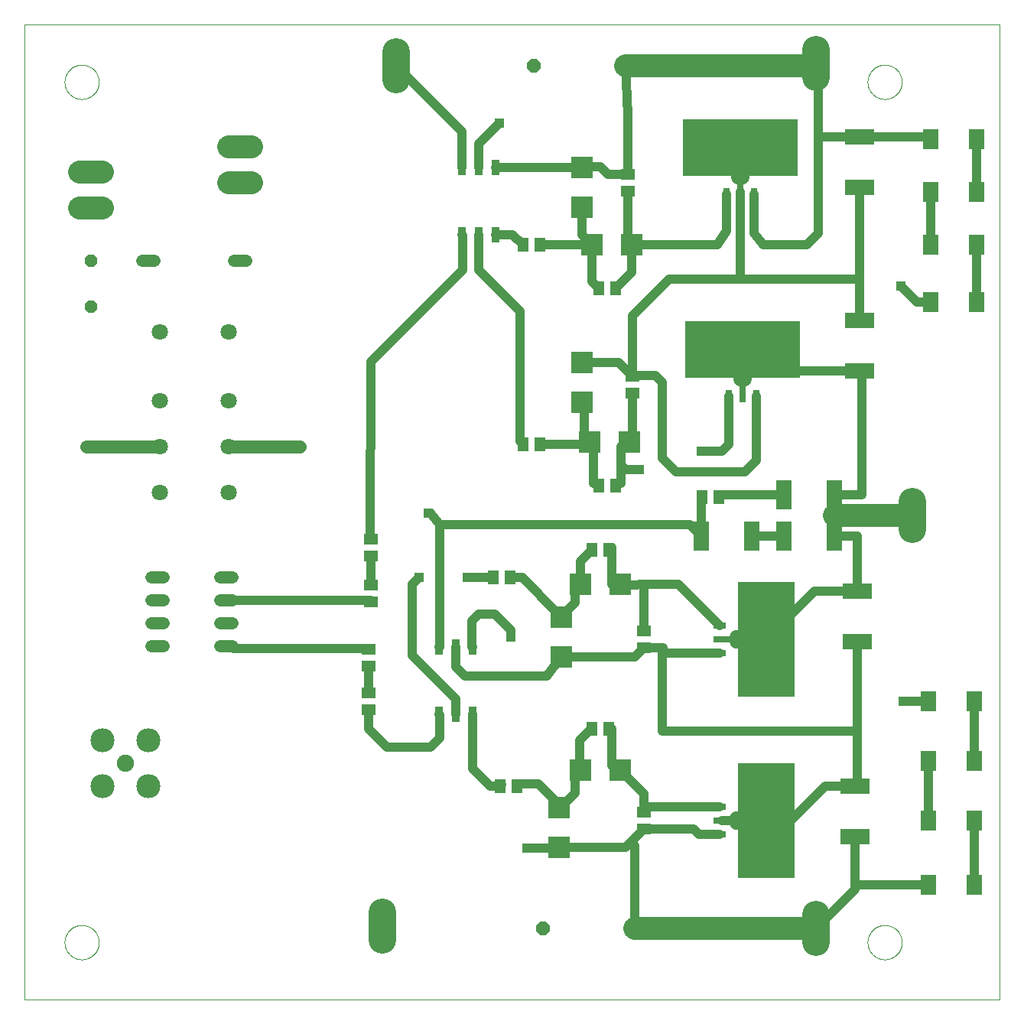
<source format=gtl>
G75*
%MOIN*%
%OFA0B0*%
%FSLAX25Y25*%
%IPPOS*%
%LPD*%
%AMOC8*
5,1,8,0,0,1.08239X$1,22.5*
%
%ADD10C,0.00000*%
%ADD11C,0.10039*%
%ADD12C,0.07500*%
%ADD13C,0.10500*%
%ADD14R,0.05118X0.05906*%
%ADD15C,0.05200*%
%ADD16C,0.07087*%
%ADD17R,0.03500X0.06600*%
%ADD18R,0.12598X0.07087*%
%ADD19R,0.05512X0.03150*%
%ADD20R,0.07480X0.03150*%
%ADD21C,0.06000*%
%ADD22R,0.25000X0.50000*%
%ADD23R,0.03500X0.03500*%
%ADD24R,0.03150X0.05512*%
%ADD25R,0.03150X0.07480*%
%ADD26R,0.50000X0.25000*%
%ADD27C,0.11850*%
%ADD28R,0.09449X0.09449*%
%ADD29OC8,0.05200*%
%ADD30R,0.05906X0.05118*%
%ADD31OC8,0.06000*%
%ADD32R,0.07087X0.12598*%
%ADD33R,0.07087X0.08661*%
%ADD34C,0.05600*%
%ADD35R,0.03962X0.03962*%
%ADD36C,0.04000*%
%ADD37C,0.10000*%
D10*
X0001800Y0001000D02*
X0001800Y0426000D01*
X0426800Y0426000D01*
X0426800Y0001000D01*
X0001800Y0001000D01*
X0019325Y0026000D02*
X0019327Y0026183D01*
X0019334Y0026367D01*
X0019345Y0026550D01*
X0019361Y0026733D01*
X0019381Y0026915D01*
X0019406Y0027097D01*
X0019435Y0027278D01*
X0019469Y0027458D01*
X0019507Y0027638D01*
X0019549Y0027816D01*
X0019596Y0027994D01*
X0019647Y0028170D01*
X0019702Y0028345D01*
X0019762Y0028518D01*
X0019826Y0028690D01*
X0019894Y0028861D01*
X0019966Y0029029D01*
X0020043Y0029196D01*
X0020123Y0029361D01*
X0020208Y0029524D01*
X0020296Y0029684D01*
X0020388Y0029843D01*
X0020485Y0029999D01*
X0020585Y0030153D01*
X0020689Y0030304D01*
X0020796Y0030453D01*
X0020907Y0030599D01*
X0021022Y0030742D01*
X0021140Y0030882D01*
X0021261Y0031020D01*
X0021386Y0031154D01*
X0021514Y0031286D01*
X0021646Y0031414D01*
X0021780Y0031539D01*
X0021918Y0031660D01*
X0022058Y0031778D01*
X0022201Y0031893D01*
X0022347Y0032004D01*
X0022496Y0032111D01*
X0022647Y0032215D01*
X0022801Y0032315D01*
X0022957Y0032412D01*
X0023116Y0032504D01*
X0023276Y0032592D01*
X0023439Y0032677D01*
X0023604Y0032757D01*
X0023771Y0032834D01*
X0023939Y0032906D01*
X0024110Y0032974D01*
X0024282Y0033038D01*
X0024455Y0033098D01*
X0024630Y0033153D01*
X0024806Y0033204D01*
X0024984Y0033251D01*
X0025162Y0033293D01*
X0025342Y0033331D01*
X0025522Y0033365D01*
X0025703Y0033394D01*
X0025885Y0033419D01*
X0026067Y0033439D01*
X0026250Y0033455D01*
X0026433Y0033466D01*
X0026617Y0033473D01*
X0026800Y0033475D01*
X0026983Y0033473D01*
X0027167Y0033466D01*
X0027350Y0033455D01*
X0027533Y0033439D01*
X0027715Y0033419D01*
X0027897Y0033394D01*
X0028078Y0033365D01*
X0028258Y0033331D01*
X0028438Y0033293D01*
X0028616Y0033251D01*
X0028794Y0033204D01*
X0028970Y0033153D01*
X0029145Y0033098D01*
X0029318Y0033038D01*
X0029490Y0032974D01*
X0029661Y0032906D01*
X0029829Y0032834D01*
X0029996Y0032757D01*
X0030161Y0032677D01*
X0030324Y0032592D01*
X0030484Y0032504D01*
X0030643Y0032412D01*
X0030799Y0032315D01*
X0030953Y0032215D01*
X0031104Y0032111D01*
X0031253Y0032004D01*
X0031399Y0031893D01*
X0031542Y0031778D01*
X0031682Y0031660D01*
X0031820Y0031539D01*
X0031954Y0031414D01*
X0032086Y0031286D01*
X0032214Y0031154D01*
X0032339Y0031020D01*
X0032460Y0030882D01*
X0032578Y0030742D01*
X0032693Y0030599D01*
X0032804Y0030453D01*
X0032911Y0030304D01*
X0033015Y0030153D01*
X0033115Y0029999D01*
X0033212Y0029843D01*
X0033304Y0029684D01*
X0033392Y0029524D01*
X0033477Y0029361D01*
X0033557Y0029196D01*
X0033634Y0029029D01*
X0033706Y0028861D01*
X0033774Y0028690D01*
X0033838Y0028518D01*
X0033898Y0028345D01*
X0033953Y0028170D01*
X0034004Y0027994D01*
X0034051Y0027816D01*
X0034093Y0027638D01*
X0034131Y0027458D01*
X0034165Y0027278D01*
X0034194Y0027097D01*
X0034219Y0026915D01*
X0034239Y0026733D01*
X0034255Y0026550D01*
X0034266Y0026367D01*
X0034273Y0026183D01*
X0034275Y0026000D01*
X0034273Y0025817D01*
X0034266Y0025633D01*
X0034255Y0025450D01*
X0034239Y0025267D01*
X0034219Y0025085D01*
X0034194Y0024903D01*
X0034165Y0024722D01*
X0034131Y0024542D01*
X0034093Y0024362D01*
X0034051Y0024184D01*
X0034004Y0024006D01*
X0033953Y0023830D01*
X0033898Y0023655D01*
X0033838Y0023482D01*
X0033774Y0023310D01*
X0033706Y0023139D01*
X0033634Y0022971D01*
X0033557Y0022804D01*
X0033477Y0022639D01*
X0033392Y0022476D01*
X0033304Y0022316D01*
X0033212Y0022157D01*
X0033115Y0022001D01*
X0033015Y0021847D01*
X0032911Y0021696D01*
X0032804Y0021547D01*
X0032693Y0021401D01*
X0032578Y0021258D01*
X0032460Y0021118D01*
X0032339Y0020980D01*
X0032214Y0020846D01*
X0032086Y0020714D01*
X0031954Y0020586D01*
X0031820Y0020461D01*
X0031682Y0020340D01*
X0031542Y0020222D01*
X0031399Y0020107D01*
X0031253Y0019996D01*
X0031104Y0019889D01*
X0030953Y0019785D01*
X0030799Y0019685D01*
X0030643Y0019588D01*
X0030484Y0019496D01*
X0030324Y0019408D01*
X0030161Y0019323D01*
X0029996Y0019243D01*
X0029829Y0019166D01*
X0029661Y0019094D01*
X0029490Y0019026D01*
X0029318Y0018962D01*
X0029145Y0018902D01*
X0028970Y0018847D01*
X0028794Y0018796D01*
X0028616Y0018749D01*
X0028438Y0018707D01*
X0028258Y0018669D01*
X0028078Y0018635D01*
X0027897Y0018606D01*
X0027715Y0018581D01*
X0027533Y0018561D01*
X0027350Y0018545D01*
X0027167Y0018534D01*
X0026983Y0018527D01*
X0026800Y0018525D01*
X0026617Y0018527D01*
X0026433Y0018534D01*
X0026250Y0018545D01*
X0026067Y0018561D01*
X0025885Y0018581D01*
X0025703Y0018606D01*
X0025522Y0018635D01*
X0025342Y0018669D01*
X0025162Y0018707D01*
X0024984Y0018749D01*
X0024806Y0018796D01*
X0024630Y0018847D01*
X0024455Y0018902D01*
X0024282Y0018962D01*
X0024110Y0019026D01*
X0023939Y0019094D01*
X0023771Y0019166D01*
X0023604Y0019243D01*
X0023439Y0019323D01*
X0023276Y0019408D01*
X0023116Y0019496D01*
X0022957Y0019588D01*
X0022801Y0019685D01*
X0022647Y0019785D01*
X0022496Y0019889D01*
X0022347Y0019996D01*
X0022201Y0020107D01*
X0022058Y0020222D01*
X0021918Y0020340D01*
X0021780Y0020461D01*
X0021646Y0020586D01*
X0021514Y0020714D01*
X0021386Y0020846D01*
X0021261Y0020980D01*
X0021140Y0021118D01*
X0021022Y0021258D01*
X0020907Y0021401D01*
X0020796Y0021547D01*
X0020689Y0021696D01*
X0020585Y0021847D01*
X0020485Y0022001D01*
X0020388Y0022157D01*
X0020296Y0022316D01*
X0020208Y0022476D01*
X0020123Y0022639D01*
X0020043Y0022804D01*
X0019966Y0022971D01*
X0019894Y0023139D01*
X0019826Y0023310D01*
X0019762Y0023482D01*
X0019702Y0023655D01*
X0019647Y0023830D01*
X0019596Y0024006D01*
X0019549Y0024184D01*
X0019507Y0024362D01*
X0019469Y0024542D01*
X0019435Y0024722D01*
X0019406Y0024903D01*
X0019381Y0025085D01*
X0019361Y0025267D01*
X0019345Y0025450D01*
X0019334Y0025633D01*
X0019327Y0025817D01*
X0019325Y0026000D01*
X0369325Y0026000D02*
X0369327Y0026183D01*
X0369334Y0026367D01*
X0369345Y0026550D01*
X0369361Y0026733D01*
X0369381Y0026915D01*
X0369406Y0027097D01*
X0369435Y0027278D01*
X0369469Y0027458D01*
X0369507Y0027638D01*
X0369549Y0027816D01*
X0369596Y0027994D01*
X0369647Y0028170D01*
X0369702Y0028345D01*
X0369762Y0028518D01*
X0369826Y0028690D01*
X0369894Y0028861D01*
X0369966Y0029029D01*
X0370043Y0029196D01*
X0370123Y0029361D01*
X0370208Y0029524D01*
X0370296Y0029684D01*
X0370388Y0029843D01*
X0370485Y0029999D01*
X0370585Y0030153D01*
X0370689Y0030304D01*
X0370796Y0030453D01*
X0370907Y0030599D01*
X0371022Y0030742D01*
X0371140Y0030882D01*
X0371261Y0031020D01*
X0371386Y0031154D01*
X0371514Y0031286D01*
X0371646Y0031414D01*
X0371780Y0031539D01*
X0371918Y0031660D01*
X0372058Y0031778D01*
X0372201Y0031893D01*
X0372347Y0032004D01*
X0372496Y0032111D01*
X0372647Y0032215D01*
X0372801Y0032315D01*
X0372957Y0032412D01*
X0373116Y0032504D01*
X0373276Y0032592D01*
X0373439Y0032677D01*
X0373604Y0032757D01*
X0373771Y0032834D01*
X0373939Y0032906D01*
X0374110Y0032974D01*
X0374282Y0033038D01*
X0374455Y0033098D01*
X0374630Y0033153D01*
X0374806Y0033204D01*
X0374984Y0033251D01*
X0375162Y0033293D01*
X0375342Y0033331D01*
X0375522Y0033365D01*
X0375703Y0033394D01*
X0375885Y0033419D01*
X0376067Y0033439D01*
X0376250Y0033455D01*
X0376433Y0033466D01*
X0376617Y0033473D01*
X0376800Y0033475D01*
X0376983Y0033473D01*
X0377167Y0033466D01*
X0377350Y0033455D01*
X0377533Y0033439D01*
X0377715Y0033419D01*
X0377897Y0033394D01*
X0378078Y0033365D01*
X0378258Y0033331D01*
X0378438Y0033293D01*
X0378616Y0033251D01*
X0378794Y0033204D01*
X0378970Y0033153D01*
X0379145Y0033098D01*
X0379318Y0033038D01*
X0379490Y0032974D01*
X0379661Y0032906D01*
X0379829Y0032834D01*
X0379996Y0032757D01*
X0380161Y0032677D01*
X0380324Y0032592D01*
X0380484Y0032504D01*
X0380643Y0032412D01*
X0380799Y0032315D01*
X0380953Y0032215D01*
X0381104Y0032111D01*
X0381253Y0032004D01*
X0381399Y0031893D01*
X0381542Y0031778D01*
X0381682Y0031660D01*
X0381820Y0031539D01*
X0381954Y0031414D01*
X0382086Y0031286D01*
X0382214Y0031154D01*
X0382339Y0031020D01*
X0382460Y0030882D01*
X0382578Y0030742D01*
X0382693Y0030599D01*
X0382804Y0030453D01*
X0382911Y0030304D01*
X0383015Y0030153D01*
X0383115Y0029999D01*
X0383212Y0029843D01*
X0383304Y0029684D01*
X0383392Y0029524D01*
X0383477Y0029361D01*
X0383557Y0029196D01*
X0383634Y0029029D01*
X0383706Y0028861D01*
X0383774Y0028690D01*
X0383838Y0028518D01*
X0383898Y0028345D01*
X0383953Y0028170D01*
X0384004Y0027994D01*
X0384051Y0027816D01*
X0384093Y0027638D01*
X0384131Y0027458D01*
X0384165Y0027278D01*
X0384194Y0027097D01*
X0384219Y0026915D01*
X0384239Y0026733D01*
X0384255Y0026550D01*
X0384266Y0026367D01*
X0384273Y0026183D01*
X0384275Y0026000D01*
X0384273Y0025817D01*
X0384266Y0025633D01*
X0384255Y0025450D01*
X0384239Y0025267D01*
X0384219Y0025085D01*
X0384194Y0024903D01*
X0384165Y0024722D01*
X0384131Y0024542D01*
X0384093Y0024362D01*
X0384051Y0024184D01*
X0384004Y0024006D01*
X0383953Y0023830D01*
X0383898Y0023655D01*
X0383838Y0023482D01*
X0383774Y0023310D01*
X0383706Y0023139D01*
X0383634Y0022971D01*
X0383557Y0022804D01*
X0383477Y0022639D01*
X0383392Y0022476D01*
X0383304Y0022316D01*
X0383212Y0022157D01*
X0383115Y0022001D01*
X0383015Y0021847D01*
X0382911Y0021696D01*
X0382804Y0021547D01*
X0382693Y0021401D01*
X0382578Y0021258D01*
X0382460Y0021118D01*
X0382339Y0020980D01*
X0382214Y0020846D01*
X0382086Y0020714D01*
X0381954Y0020586D01*
X0381820Y0020461D01*
X0381682Y0020340D01*
X0381542Y0020222D01*
X0381399Y0020107D01*
X0381253Y0019996D01*
X0381104Y0019889D01*
X0380953Y0019785D01*
X0380799Y0019685D01*
X0380643Y0019588D01*
X0380484Y0019496D01*
X0380324Y0019408D01*
X0380161Y0019323D01*
X0379996Y0019243D01*
X0379829Y0019166D01*
X0379661Y0019094D01*
X0379490Y0019026D01*
X0379318Y0018962D01*
X0379145Y0018902D01*
X0378970Y0018847D01*
X0378794Y0018796D01*
X0378616Y0018749D01*
X0378438Y0018707D01*
X0378258Y0018669D01*
X0378078Y0018635D01*
X0377897Y0018606D01*
X0377715Y0018581D01*
X0377533Y0018561D01*
X0377350Y0018545D01*
X0377167Y0018534D01*
X0376983Y0018527D01*
X0376800Y0018525D01*
X0376617Y0018527D01*
X0376433Y0018534D01*
X0376250Y0018545D01*
X0376067Y0018561D01*
X0375885Y0018581D01*
X0375703Y0018606D01*
X0375522Y0018635D01*
X0375342Y0018669D01*
X0375162Y0018707D01*
X0374984Y0018749D01*
X0374806Y0018796D01*
X0374630Y0018847D01*
X0374455Y0018902D01*
X0374282Y0018962D01*
X0374110Y0019026D01*
X0373939Y0019094D01*
X0373771Y0019166D01*
X0373604Y0019243D01*
X0373439Y0019323D01*
X0373276Y0019408D01*
X0373116Y0019496D01*
X0372957Y0019588D01*
X0372801Y0019685D01*
X0372647Y0019785D01*
X0372496Y0019889D01*
X0372347Y0019996D01*
X0372201Y0020107D01*
X0372058Y0020222D01*
X0371918Y0020340D01*
X0371780Y0020461D01*
X0371646Y0020586D01*
X0371514Y0020714D01*
X0371386Y0020846D01*
X0371261Y0020980D01*
X0371140Y0021118D01*
X0371022Y0021258D01*
X0370907Y0021401D01*
X0370796Y0021547D01*
X0370689Y0021696D01*
X0370585Y0021847D01*
X0370485Y0022001D01*
X0370388Y0022157D01*
X0370296Y0022316D01*
X0370208Y0022476D01*
X0370123Y0022639D01*
X0370043Y0022804D01*
X0369966Y0022971D01*
X0369894Y0023139D01*
X0369826Y0023310D01*
X0369762Y0023482D01*
X0369702Y0023655D01*
X0369647Y0023830D01*
X0369596Y0024006D01*
X0369549Y0024184D01*
X0369507Y0024362D01*
X0369469Y0024542D01*
X0369435Y0024722D01*
X0369406Y0024903D01*
X0369381Y0025085D01*
X0369361Y0025267D01*
X0369345Y0025450D01*
X0369334Y0025633D01*
X0369327Y0025817D01*
X0369325Y0026000D01*
X0369325Y0401000D02*
X0369327Y0401183D01*
X0369334Y0401367D01*
X0369345Y0401550D01*
X0369361Y0401733D01*
X0369381Y0401915D01*
X0369406Y0402097D01*
X0369435Y0402278D01*
X0369469Y0402458D01*
X0369507Y0402638D01*
X0369549Y0402816D01*
X0369596Y0402994D01*
X0369647Y0403170D01*
X0369702Y0403345D01*
X0369762Y0403518D01*
X0369826Y0403690D01*
X0369894Y0403861D01*
X0369966Y0404029D01*
X0370043Y0404196D01*
X0370123Y0404361D01*
X0370208Y0404524D01*
X0370296Y0404684D01*
X0370388Y0404843D01*
X0370485Y0404999D01*
X0370585Y0405153D01*
X0370689Y0405304D01*
X0370796Y0405453D01*
X0370907Y0405599D01*
X0371022Y0405742D01*
X0371140Y0405882D01*
X0371261Y0406020D01*
X0371386Y0406154D01*
X0371514Y0406286D01*
X0371646Y0406414D01*
X0371780Y0406539D01*
X0371918Y0406660D01*
X0372058Y0406778D01*
X0372201Y0406893D01*
X0372347Y0407004D01*
X0372496Y0407111D01*
X0372647Y0407215D01*
X0372801Y0407315D01*
X0372957Y0407412D01*
X0373116Y0407504D01*
X0373276Y0407592D01*
X0373439Y0407677D01*
X0373604Y0407757D01*
X0373771Y0407834D01*
X0373939Y0407906D01*
X0374110Y0407974D01*
X0374282Y0408038D01*
X0374455Y0408098D01*
X0374630Y0408153D01*
X0374806Y0408204D01*
X0374984Y0408251D01*
X0375162Y0408293D01*
X0375342Y0408331D01*
X0375522Y0408365D01*
X0375703Y0408394D01*
X0375885Y0408419D01*
X0376067Y0408439D01*
X0376250Y0408455D01*
X0376433Y0408466D01*
X0376617Y0408473D01*
X0376800Y0408475D01*
X0376983Y0408473D01*
X0377167Y0408466D01*
X0377350Y0408455D01*
X0377533Y0408439D01*
X0377715Y0408419D01*
X0377897Y0408394D01*
X0378078Y0408365D01*
X0378258Y0408331D01*
X0378438Y0408293D01*
X0378616Y0408251D01*
X0378794Y0408204D01*
X0378970Y0408153D01*
X0379145Y0408098D01*
X0379318Y0408038D01*
X0379490Y0407974D01*
X0379661Y0407906D01*
X0379829Y0407834D01*
X0379996Y0407757D01*
X0380161Y0407677D01*
X0380324Y0407592D01*
X0380484Y0407504D01*
X0380643Y0407412D01*
X0380799Y0407315D01*
X0380953Y0407215D01*
X0381104Y0407111D01*
X0381253Y0407004D01*
X0381399Y0406893D01*
X0381542Y0406778D01*
X0381682Y0406660D01*
X0381820Y0406539D01*
X0381954Y0406414D01*
X0382086Y0406286D01*
X0382214Y0406154D01*
X0382339Y0406020D01*
X0382460Y0405882D01*
X0382578Y0405742D01*
X0382693Y0405599D01*
X0382804Y0405453D01*
X0382911Y0405304D01*
X0383015Y0405153D01*
X0383115Y0404999D01*
X0383212Y0404843D01*
X0383304Y0404684D01*
X0383392Y0404524D01*
X0383477Y0404361D01*
X0383557Y0404196D01*
X0383634Y0404029D01*
X0383706Y0403861D01*
X0383774Y0403690D01*
X0383838Y0403518D01*
X0383898Y0403345D01*
X0383953Y0403170D01*
X0384004Y0402994D01*
X0384051Y0402816D01*
X0384093Y0402638D01*
X0384131Y0402458D01*
X0384165Y0402278D01*
X0384194Y0402097D01*
X0384219Y0401915D01*
X0384239Y0401733D01*
X0384255Y0401550D01*
X0384266Y0401367D01*
X0384273Y0401183D01*
X0384275Y0401000D01*
X0384273Y0400817D01*
X0384266Y0400633D01*
X0384255Y0400450D01*
X0384239Y0400267D01*
X0384219Y0400085D01*
X0384194Y0399903D01*
X0384165Y0399722D01*
X0384131Y0399542D01*
X0384093Y0399362D01*
X0384051Y0399184D01*
X0384004Y0399006D01*
X0383953Y0398830D01*
X0383898Y0398655D01*
X0383838Y0398482D01*
X0383774Y0398310D01*
X0383706Y0398139D01*
X0383634Y0397971D01*
X0383557Y0397804D01*
X0383477Y0397639D01*
X0383392Y0397476D01*
X0383304Y0397316D01*
X0383212Y0397157D01*
X0383115Y0397001D01*
X0383015Y0396847D01*
X0382911Y0396696D01*
X0382804Y0396547D01*
X0382693Y0396401D01*
X0382578Y0396258D01*
X0382460Y0396118D01*
X0382339Y0395980D01*
X0382214Y0395846D01*
X0382086Y0395714D01*
X0381954Y0395586D01*
X0381820Y0395461D01*
X0381682Y0395340D01*
X0381542Y0395222D01*
X0381399Y0395107D01*
X0381253Y0394996D01*
X0381104Y0394889D01*
X0380953Y0394785D01*
X0380799Y0394685D01*
X0380643Y0394588D01*
X0380484Y0394496D01*
X0380324Y0394408D01*
X0380161Y0394323D01*
X0379996Y0394243D01*
X0379829Y0394166D01*
X0379661Y0394094D01*
X0379490Y0394026D01*
X0379318Y0393962D01*
X0379145Y0393902D01*
X0378970Y0393847D01*
X0378794Y0393796D01*
X0378616Y0393749D01*
X0378438Y0393707D01*
X0378258Y0393669D01*
X0378078Y0393635D01*
X0377897Y0393606D01*
X0377715Y0393581D01*
X0377533Y0393561D01*
X0377350Y0393545D01*
X0377167Y0393534D01*
X0376983Y0393527D01*
X0376800Y0393525D01*
X0376617Y0393527D01*
X0376433Y0393534D01*
X0376250Y0393545D01*
X0376067Y0393561D01*
X0375885Y0393581D01*
X0375703Y0393606D01*
X0375522Y0393635D01*
X0375342Y0393669D01*
X0375162Y0393707D01*
X0374984Y0393749D01*
X0374806Y0393796D01*
X0374630Y0393847D01*
X0374455Y0393902D01*
X0374282Y0393962D01*
X0374110Y0394026D01*
X0373939Y0394094D01*
X0373771Y0394166D01*
X0373604Y0394243D01*
X0373439Y0394323D01*
X0373276Y0394408D01*
X0373116Y0394496D01*
X0372957Y0394588D01*
X0372801Y0394685D01*
X0372647Y0394785D01*
X0372496Y0394889D01*
X0372347Y0394996D01*
X0372201Y0395107D01*
X0372058Y0395222D01*
X0371918Y0395340D01*
X0371780Y0395461D01*
X0371646Y0395586D01*
X0371514Y0395714D01*
X0371386Y0395846D01*
X0371261Y0395980D01*
X0371140Y0396118D01*
X0371022Y0396258D01*
X0370907Y0396401D01*
X0370796Y0396547D01*
X0370689Y0396696D01*
X0370585Y0396847D01*
X0370485Y0397001D01*
X0370388Y0397157D01*
X0370296Y0397316D01*
X0370208Y0397476D01*
X0370123Y0397639D01*
X0370043Y0397804D01*
X0369966Y0397971D01*
X0369894Y0398139D01*
X0369826Y0398310D01*
X0369762Y0398482D01*
X0369702Y0398655D01*
X0369647Y0398830D01*
X0369596Y0399006D01*
X0369549Y0399184D01*
X0369507Y0399362D01*
X0369469Y0399542D01*
X0369435Y0399722D01*
X0369406Y0399903D01*
X0369381Y0400085D01*
X0369361Y0400267D01*
X0369345Y0400450D01*
X0369334Y0400633D01*
X0369327Y0400817D01*
X0369325Y0401000D01*
X0019325Y0401000D02*
X0019327Y0401183D01*
X0019334Y0401367D01*
X0019345Y0401550D01*
X0019361Y0401733D01*
X0019381Y0401915D01*
X0019406Y0402097D01*
X0019435Y0402278D01*
X0019469Y0402458D01*
X0019507Y0402638D01*
X0019549Y0402816D01*
X0019596Y0402994D01*
X0019647Y0403170D01*
X0019702Y0403345D01*
X0019762Y0403518D01*
X0019826Y0403690D01*
X0019894Y0403861D01*
X0019966Y0404029D01*
X0020043Y0404196D01*
X0020123Y0404361D01*
X0020208Y0404524D01*
X0020296Y0404684D01*
X0020388Y0404843D01*
X0020485Y0404999D01*
X0020585Y0405153D01*
X0020689Y0405304D01*
X0020796Y0405453D01*
X0020907Y0405599D01*
X0021022Y0405742D01*
X0021140Y0405882D01*
X0021261Y0406020D01*
X0021386Y0406154D01*
X0021514Y0406286D01*
X0021646Y0406414D01*
X0021780Y0406539D01*
X0021918Y0406660D01*
X0022058Y0406778D01*
X0022201Y0406893D01*
X0022347Y0407004D01*
X0022496Y0407111D01*
X0022647Y0407215D01*
X0022801Y0407315D01*
X0022957Y0407412D01*
X0023116Y0407504D01*
X0023276Y0407592D01*
X0023439Y0407677D01*
X0023604Y0407757D01*
X0023771Y0407834D01*
X0023939Y0407906D01*
X0024110Y0407974D01*
X0024282Y0408038D01*
X0024455Y0408098D01*
X0024630Y0408153D01*
X0024806Y0408204D01*
X0024984Y0408251D01*
X0025162Y0408293D01*
X0025342Y0408331D01*
X0025522Y0408365D01*
X0025703Y0408394D01*
X0025885Y0408419D01*
X0026067Y0408439D01*
X0026250Y0408455D01*
X0026433Y0408466D01*
X0026617Y0408473D01*
X0026800Y0408475D01*
X0026983Y0408473D01*
X0027167Y0408466D01*
X0027350Y0408455D01*
X0027533Y0408439D01*
X0027715Y0408419D01*
X0027897Y0408394D01*
X0028078Y0408365D01*
X0028258Y0408331D01*
X0028438Y0408293D01*
X0028616Y0408251D01*
X0028794Y0408204D01*
X0028970Y0408153D01*
X0029145Y0408098D01*
X0029318Y0408038D01*
X0029490Y0407974D01*
X0029661Y0407906D01*
X0029829Y0407834D01*
X0029996Y0407757D01*
X0030161Y0407677D01*
X0030324Y0407592D01*
X0030484Y0407504D01*
X0030643Y0407412D01*
X0030799Y0407315D01*
X0030953Y0407215D01*
X0031104Y0407111D01*
X0031253Y0407004D01*
X0031399Y0406893D01*
X0031542Y0406778D01*
X0031682Y0406660D01*
X0031820Y0406539D01*
X0031954Y0406414D01*
X0032086Y0406286D01*
X0032214Y0406154D01*
X0032339Y0406020D01*
X0032460Y0405882D01*
X0032578Y0405742D01*
X0032693Y0405599D01*
X0032804Y0405453D01*
X0032911Y0405304D01*
X0033015Y0405153D01*
X0033115Y0404999D01*
X0033212Y0404843D01*
X0033304Y0404684D01*
X0033392Y0404524D01*
X0033477Y0404361D01*
X0033557Y0404196D01*
X0033634Y0404029D01*
X0033706Y0403861D01*
X0033774Y0403690D01*
X0033838Y0403518D01*
X0033898Y0403345D01*
X0033953Y0403170D01*
X0034004Y0402994D01*
X0034051Y0402816D01*
X0034093Y0402638D01*
X0034131Y0402458D01*
X0034165Y0402278D01*
X0034194Y0402097D01*
X0034219Y0401915D01*
X0034239Y0401733D01*
X0034255Y0401550D01*
X0034266Y0401367D01*
X0034273Y0401183D01*
X0034275Y0401000D01*
X0034273Y0400817D01*
X0034266Y0400633D01*
X0034255Y0400450D01*
X0034239Y0400267D01*
X0034219Y0400085D01*
X0034194Y0399903D01*
X0034165Y0399722D01*
X0034131Y0399542D01*
X0034093Y0399362D01*
X0034051Y0399184D01*
X0034004Y0399006D01*
X0033953Y0398830D01*
X0033898Y0398655D01*
X0033838Y0398482D01*
X0033774Y0398310D01*
X0033706Y0398139D01*
X0033634Y0397971D01*
X0033557Y0397804D01*
X0033477Y0397639D01*
X0033392Y0397476D01*
X0033304Y0397316D01*
X0033212Y0397157D01*
X0033115Y0397001D01*
X0033015Y0396847D01*
X0032911Y0396696D01*
X0032804Y0396547D01*
X0032693Y0396401D01*
X0032578Y0396258D01*
X0032460Y0396118D01*
X0032339Y0395980D01*
X0032214Y0395846D01*
X0032086Y0395714D01*
X0031954Y0395586D01*
X0031820Y0395461D01*
X0031682Y0395340D01*
X0031542Y0395222D01*
X0031399Y0395107D01*
X0031253Y0394996D01*
X0031104Y0394889D01*
X0030953Y0394785D01*
X0030799Y0394685D01*
X0030643Y0394588D01*
X0030484Y0394496D01*
X0030324Y0394408D01*
X0030161Y0394323D01*
X0029996Y0394243D01*
X0029829Y0394166D01*
X0029661Y0394094D01*
X0029490Y0394026D01*
X0029318Y0393962D01*
X0029145Y0393902D01*
X0028970Y0393847D01*
X0028794Y0393796D01*
X0028616Y0393749D01*
X0028438Y0393707D01*
X0028258Y0393669D01*
X0028078Y0393635D01*
X0027897Y0393606D01*
X0027715Y0393581D01*
X0027533Y0393561D01*
X0027350Y0393545D01*
X0027167Y0393534D01*
X0026983Y0393527D01*
X0026800Y0393525D01*
X0026617Y0393527D01*
X0026433Y0393534D01*
X0026250Y0393545D01*
X0026067Y0393561D01*
X0025885Y0393581D01*
X0025703Y0393606D01*
X0025522Y0393635D01*
X0025342Y0393669D01*
X0025162Y0393707D01*
X0024984Y0393749D01*
X0024806Y0393796D01*
X0024630Y0393847D01*
X0024455Y0393902D01*
X0024282Y0393962D01*
X0024110Y0394026D01*
X0023939Y0394094D01*
X0023771Y0394166D01*
X0023604Y0394243D01*
X0023439Y0394323D01*
X0023276Y0394408D01*
X0023116Y0394496D01*
X0022957Y0394588D01*
X0022801Y0394685D01*
X0022647Y0394785D01*
X0022496Y0394889D01*
X0022347Y0394996D01*
X0022201Y0395107D01*
X0022058Y0395222D01*
X0021918Y0395340D01*
X0021780Y0395461D01*
X0021646Y0395586D01*
X0021514Y0395714D01*
X0021386Y0395846D01*
X0021261Y0395980D01*
X0021140Y0396118D01*
X0021022Y0396258D01*
X0020907Y0396401D01*
X0020796Y0396547D01*
X0020689Y0396696D01*
X0020585Y0396847D01*
X0020485Y0397001D01*
X0020388Y0397157D01*
X0020296Y0397316D01*
X0020208Y0397476D01*
X0020123Y0397639D01*
X0020043Y0397804D01*
X0019966Y0397971D01*
X0019894Y0398139D01*
X0019826Y0398310D01*
X0019762Y0398482D01*
X0019702Y0398655D01*
X0019647Y0398830D01*
X0019596Y0399006D01*
X0019549Y0399184D01*
X0019507Y0399362D01*
X0019469Y0399542D01*
X0019435Y0399722D01*
X0019406Y0399903D01*
X0019381Y0400085D01*
X0019361Y0400267D01*
X0019345Y0400450D01*
X0019334Y0400633D01*
X0019327Y0400817D01*
X0019325Y0401000D01*
D11*
X0025780Y0361795D02*
X0035820Y0361795D01*
X0035820Y0346205D02*
X0025780Y0346205D01*
X0090780Y0357205D02*
X0100820Y0357205D01*
X0100820Y0372795D02*
X0090780Y0372795D01*
D12*
X0045800Y0104000D03*
D13*
X0055839Y0093961D03*
X0055839Y0114039D03*
X0035761Y0114039D03*
X0035761Y0093961D03*
D14*
X0209060Y0094000D03*
X0216540Y0094000D03*
X0249060Y0119000D03*
X0256540Y0119000D03*
X0213540Y0185000D03*
X0206060Y0185000D03*
X0249060Y0197000D03*
X0256540Y0197000D03*
X0259540Y0225000D03*
X0252060Y0225000D03*
X0226540Y0243000D03*
X0219060Y0243000D03*
X0252060Y0311000D03*
X0259540Y0311000D03*
X0226540Y0330000D03*
X0219060Y0330000D03*
X0297060Y0220000D03*
X0304540Y0220000D03*
D15*
X0098400Y0323000D02*
X0093200Y0323000D01*
X0058400Y0323000D02*
X0053200Y0323000D01*
X0057200Y0185000D02*
X0062400Y0185000D01*
X0062400Y0175000D02*
X0057200Y0175000D01*
X0057200Y0165000D02*
X0062400Y0165000D01*
X0062400Y0155000D02*
X0057200Y0155000D01*
X0087200Y0155000D02*
X0092400Y0155000D01*
X0092400Y0165000D02*
X0087200Y0165000D01*
X0087200Y0175000D02*
X0092400Y0175000D01*
X0092400Y0185000D02*
X0087200Y0185000D01*
D16*
X0090800Y0222000D03*
X0090800Y0242000D03*
X0090800Y0262000D03*
X0060800Y0262000D03*
X0060800Y0242000D03*
X0060800Y0222000D03*
X0060800Y0292000D03*
X0090800Y0292000D03*
D17*
X0192500Y0334450D03*
X0199800Y0334450D03*
X0207100Y0334450D03*
X0207100Y0363550D03*
X0199800Y0363550D03*
X0192500Y0363550D03*
X0189800Y0154550D03*
X0182500Y0154550D03*
X0197100Y0154550D03*
X0197100Y0125450D03*
X0189800Y0125450D03*
X0182500Y0125450D03*
D18*
X0363800Y0094024D03*
X0363800Y0071976D03*
X0364800Y0156976D03*
X0364800Y0179024D03*
X0365800Y0274976D03*
X0365800Y0297024D03*
X0365800Y0354976D03*
X0365800Y0377024D03*
D19*
X0305001Y0163902D03*
X0305001Y0152098D03*
X0305001Y0084902D03*
X0305001Y0073098D03*
D20*
X0306001Y0079000D03*
X0306001Y0158000D03*
D21*
X0312316Y0157000D02*
X0312316Y0159000D01*
X0320686Y0159000D01*
X0320686Y0157000D01*
X0312316Y0157000D01*
X0312316Y0080000D02*
X0312316Y0078000D01*
X0312316Y0080000D02*
X0320686Y0080000D01*
X0320686Y0078000D01*
X0312316Y0078000D01*
X0313800Y0271516D02*
X0315800Y0271516D01*
X0313800Y0271516D02*
X0313800Y0279886D01*
X0315800Y0279886D01*
X0315800Y0271516D01*
X0315800Y0277515D02*
X0313800Y0277515D01*
X0314800Y0359516D02*
X0312800Y0359516D01*
X0312800Y0367886D01*
X0314800Y0367886D01*
X0314800Y0359516D01*
X0314800Y0365515D02*
X0312800Y0365515D01*
D22*
X0325300Y0158000D03*
X0325300Y0079000D03*
D23*
X0322800Y0079000D03*
X0317800Y0074000D03*
X0322800Y0069000D03*
X0317800Y0064000D03*
X0322800Y0059000D03*
X0327800Y0064000D03*
X0332800Y0059000D03*
X0332800Y0069000D03*
X0327800Y0074000D03*
X0332800Y0079000D03*
X0327800Y0084000D03*
X0332800Y0089000D03*
X0327800Y0094000D03*
X0332800Y0099000D03*
X0322800Y0099000D03*
X0317800Y0094000D03*
X0322800Y0089000D03*
X0317800Y0084000D03*
X0322800Y0138000D03*
X0317800Y0143000D03*
X0322800Y0148000D03*
X0317800Y0153000D03*
X0322800Y0158000D03*
X0317800Y0163000D03*
X0322800Y0168000D03*
X0317800Y0173000D03*
X0322800Y0178000D03*
X0327800Y0173000D03*
X0332800Y0168000D03*
X0327800Y0163000D03*
X0332800Y0158000D03*
X0327800Y0153000D03*
X0332800Y0148000D03*
X0327800Y0143000D03*
X0332800Y0138000D03*
X0332800Y0178000D03*
X0329800Y0277000D03*
X0324800Y0282000D03*
X0319800Y0287000D03*
X0314800Y0282000D03*
X0309800Y0287000D03*
X0304800Y0282000D03*
X0299800Y0277000D03*
X0294800Y0282000D03*
X0299800Y0287000D03*
X0294800Y0292000D03*
X0304800Y0292000D03*
X0314800Y0292000D03*
X0324800Y0292000D03*
X0329800Y0287000D03*
X0334800Y0282000D03*
X0334800Y0292000D03*
X0319800Y0277000D03*
X0309800Y0277000D03*
X0308800Y0365000D03*
X0303800Y0370000D03*
X0298800Y0365000D03*
X0293800Y0370000D03*
X0298800Y0375000D03*
X0293800Y0380000D03*
X0303800Y0380000D03*
X0308800Y0375000D03*
X0313800Y0370000D03*
X0318800Y0365000D03*
X0323800Y0370000D03*
X0318800Y0375000D03*
X0313800Y0380000D03*
X0323800Y0380000D03*
X0328800Y0375000D03*
X0333800Y0370000D03*
X0328800Y0365000D03*
X0333800Y0380000D03*
D24*
X0319702Y0352201D03*
X0307898Y0352201D03*
X0308898Y0264201D03*
X0320702Y0264201D03*
D25*
X0314800Y0265201D03*
X0313800Y0353201D03*
D26*
X0313800Y0372500D03*
X0314800Y0284500D03*
D27*
X0388800Y0217925D02*
X0388800Y0206075D01*
X0346800Y0037925D02*
X0346800Y0026075D01*
X0157800Y0027075D02*
X0157800Y0038925D01*
X0163800Y0402075D02*
X0163800Y0413925D01*
X0346800Y0414925D02*
X0346800Y0403075D01*
D28*
X0266461Y0330000D03*
X0249139Y0330000D03*
X0244800Y0346339D03*
X0244800Y0363661D03*
X0244800Y0278661D03*
X0244800Y0261339D03*
X0248139Y0244000D03*
X0265461Y0244000D03*
X0261461Y0182000D03*
X0244139Y0182000D03*
X0235800Y0167661D03*
X0235800Y0150339D03*
X0244139Y0101000D03*
X0261461Y0101000D03*
X0234800Y0084661D03*
X0234800Y0067339D03*
D29*
X0030800Y0303000D03*
X0030800Y0323000D03*
D30*
X0152800Y0201740D03*
X0152800Y0194260D03*
X0152800Y0181740D03*
X0152800Y0174260D03*
X0151800Y0153740D03*
X0151800Y0146260D03*
X0151800Y0134740D03*
X0151800Y0127260D03*
X0271800Y0154260D03*
X0271800Y0161740D03*
X0271800Y0082740D03*
X0271800Y0075260D03*
X0266800Y0265260D03*
X0266800Y0272740D03*
X0264800Y0353260D03*
X0264800Y0360740D03*
D31*
X0263800Y0408000D03*
X0223800Y0408000D03*
X0227800Y0032000D03*
X0267800Y0032000D03*
D32*
X0296776Y0203000D03*
X0318824Y0203000D03*
X0332776Y0203000D03*
X0332776Y0221000D03*
X0354824Y0221000D03*
X0354824Y0203000D03*
D33*
X0395761Y0131000D03*
X0415839Y0131000D03*
X0415839Y0105000D03*
X0395761Y0105000D03*
X0395761Y0079000D03*
X0415839Y0079000D03*
X0415839Y0051000D03*
X0395761Y0051000D03*
X0396761Y0305000D03*
X0416839Y0305000D03*
X0416839Y0330000D03*
X0396761Y0330000D03*
X0396761Y0353000D03*
X0416839Y0353000D03*
X0416839Y0376000D03*
X0396761Y0376000D03*
D34*
X0121800Y0242000D02*
X0090800Y0242000D01*
X0060800Y0242000D02*
X0028800Y0242000D01*
D35*
X0028800Y0242000D03*
X0121800Y0242000D03*
X0177800Y0213000D03*
X0173800Y0185000D03*
X0194800Y0185000D03*
X0213800Y0159000D03*
X0269800Y0232000D03*
X0296800Y0240000D03*
X0383800Y0312000D03*
X0208800Y0383000D03*
X0384800Y0131000D03*
X0220800Y0067000D03*
D36*
X0234461Y0067000D01*
X0234800Y0067339D01*
X0263879Y0067339D01*
X0266170Y0069630D01*
X0267800Y0068000D01*
X0267800Y0032000D01*
X0266170Y0069630D02*
X0271800Y0075260D01*
X0293540Y0075260D01*
X0295800Y0073000D01*
X0304902Y0073000D01*
X0305001Y0073098D01*
X0306001Y0079000D02*
X0335800Y0079000D01*
X0350800Y0094000D01*
X0361776Y0094000D01*
X0363800Y0094024D01*
X0364800Y0094024D01*
X0364800Y0118000D01*
X0279800Y0118000D01*
X0279800Y0149520D01*
X0279942Y0152102D01*
X0279945Y0152098D01*
X0305001Y0152098D01*
X0305001Y0163902D02*
X0286902Y0182000D01*
X0271800Y0182000D01*
X0271800Y0161740D01*
X0271800Y0154260D02*
X0280060Y0154260D01*
X0279942Y0152102D01*
X0271800Y0154260D02*
X0267879Y0150339D01*
X0235800Y0150339D01*
X0229461Y0142000D01*
X0193800Y0142000D01*
X0189800Y0146000D01*
X0189800Y0154550D01*
X0182800Y0154850D02*
X0182500Y0154550D01*
X0182800Y0154850D02*
X0182800Y0208000D01*
X0291776Y0208000D01*
X0296776Y0203000D01*
X0296776Y0220000D01*
X0297060Y0220000D01*
X0304540Y0220000D02*
X0304540Y0221000D01*
X0332776Y0221000D01*
X0332776Y0203000D02*
X0318824Y0203000D01*
X0346041Y0179024D02*
X0322666Y0155649D01*
X0346041Y0179024D02*
X0364800Y0179024D01*
X0364800Y0203000D01*
X0354824Y0203000D01*
X0354824Y0212000D01*
X0354824Y0221000D01*
X0366800Y0221000D01*
X0366800Y0274976D01*
X0365800Y0274976D01*
X0317800Y0274976D01*
X0317800Y0276000D01*
X0314800Y0276000D01*
X0314800Y0275701D01*
X0308898Y0264201D02*
X0308898Y0243098D01*
X0305800Y0240000D01*
X0296800Y0240000D01*
X0285800Y0231000D02*
X0279800Y0237000D01*
X0279800Y0270000D01*
X0276800Y0273000D01*
X0267060Y0273000D01*
X0266800Y0272740D01*
X0266800Y0299000D01*
X0282800Y0315000D01*
X0313800Y0315000D01*
X0365800Y0315000D01*
X0365800Y0297024D01*
X0365800Y0315000D02*
X0365800Y0354976D01*
X0365800Y0377024D02*
X0348776Y0377024D01*
X0347800Y0378000D01*
X0347800Y0407000D01*
X0346800Y0408000D01*
X0347800Y0378000D02*
X0347800Y0335000D01*
X0342800Y0330000D01*
X0323800Y0330000D01*
X0319702Y0335098D01*
X0319702Y0352201D01*
X0313800Y0353201D02*
X0313800Y0315000D01*
X0303800Y0330000D02*
X0266461Y0330000D01*
X0266461Y0317921D01*
X0259540Y0311000D01*
X0252060Y0311000D02*
X0249139Y0313921D01*
X0249139Y0330000D01*
X0244800Y0334339D01*
X0244800Y0346339D01*
X0256060Y0360740D02*
X0252800Y0364000D01*
X0245139Y0364000D01*
X0244800Y0363661D01*
X0207211Y0363661D01*
X0207100Y0363550D01*
X0199800Y0363550D02*
X0199800Y0374000D01*
X0208800Y0383000D01*
X0192500Y0379300D02*
X0163800Y0408000D01*
X0192500Y0379300D02*
X0192500Y0363550D01*
X0192500Y0334450D02*
X0192800Y0334150D01*
X0192800Y0319000D01*
X0152800Y0279000D01*
X0152540Y0202000D01*
X0152800Y0201740D01*
X0152800Y0194260D02*
X0152800Y0181740D01*
X0152800Y0175000D02*
X0152800Y0174260D01*
X0152800Y0175000D02*
X0089800Y0175000D01*
X0089800Y0155000D02*
X0092800Y0154000D01*
X0151800Y0154000D01*
X0151800Y0146260D02*
X0151800Y0134740D01*
X0151800Y0127260D02*
X0151800Y0119000D01*
X0159800Y0111000D01*
X0178800Y0111000D01*
X0182800Y0115000D01*
X0182800Y0125150D01*
X0182500Y0125450D01*
X0189800Y0125450D02*
X0189800Y0132000D01*
X0170800Y0151000D01*
X0170800Y0182000D01*
X0173800Y0185000D01*
X0194800Y0185000D02*
X0206060Y0185000D01*
X0213540Y0185000D02*
X0218728Y0185000D01*
X0234222Y0169506D01*
X0235800Y0167661D01*
X0237800Y0170000D01*
X0241800Y0174000D01*
X0241800Y0182000D01*
X0244139Y0182000D01*
X0244139Y0192079D01*
X0249060Y0197000D01*
X0256540Y0197000D02*
X0257800Y0198000D01*
X0257800Y0182000D01*
X0261461Y0182000D01*
X0261461Y0181339D01*
X0271800Y0182000D01*
X0234222Y0169506D02*
X0233800Y0170000D01*
X0235800Y0150339D02*
X0234461Y0149000D01*
X0213800Y0159000D02*
X0213800Y0162000D01*
X0206800Y0169000D01*
X0199800Y0169000D01*
X0196800Y0166000D01*
X0196800Y0154850D01*
X0197100Y0154550D01*
X0197100Y0125450D02*
X0197100Y0101700D01*
X0204800Y0094000D01*
X0209060Y0094000D01*
X0209800Y0094740D01*
X0216540Y0094000D02*
X0217800Y0095000D01*
X0225800Y0095000D01*
X0233800Y0087000D01*
X0234800Y0084661D01*
X0237800Y0087000D01*
X0241800Y0091000D01*
X0241800Y0099000D01*
X0244139Y0101000D01*
X0243800Y0101339D01*
X0243800Y0114000D01*
X0248800Y0119000D01*
X0249060Y0119000D01*
X0256540Y0119000D02*
X0257800Y0119000D01*
X0257800Y0103000D01*
X0261461Y0101000D01*
X0271800Y0090661D01*
X0271800Y0082740D01*
X0273961Y0084902D01*
X0305001Y0084902D01*
X0363800Y0071976D02*
X0363776Y0070000D01*
X0363776Y0050000D01*
X0364737Y0050961D01*
X0395761Y0051000D01*
X0415839Y0051000D02*
X0415839Y0079000D01*
X0395761Y0079000D02*
X0395761Y0105000D01*
X0415839Y0105000D02*
X0415839Y0131000D01*
X0395761Y0131000D02*
X0393761Y0130961D01*
X0384800Y0131000D01*
X0364800Y0118000D02*
X0364800Y0156976D01*
X0315800Y0231000D02*
X0285800Y0231000D01*
X0269800Y0232000D02*
X0263800Y0232000D01*
X0261800Y0234000D01*
X0261800Y0226000D01*
X0259540Y0225000D01*
X0252060Y0225000D02*
X0249800Y0226000D01*
X0249800Y0242000D01*
X0248139Y0244000D01*
X0245800Y0246000D01*
X0245800Y0258000D01*
X0244800Y0261339D01*
X0244800Y0278661D02*
X0260879Y0278661D01*
X0266800Y0272740D01*
X0266800Y0265260D02*
X0266800Y0245339D01*
X0265461Y0244000D01*
X0261800Y0242000D01*
X0261800Y0234000D01*
X0245800Y0243000D02*
X0226540Y0243000D01*
X0219060Y0243000D02*
X0217800Y0244260D01*
X0217800Y0301000D01*
X0199800Y0319000D01*
X0199800Y0334450D01*
X0207100Y0334450D02*
X0214610Y0334450D01*
X0219060Y0330000D01*
X0226540Y0330000D02*
X0249139Y0330000D01*
X0264800Y0331661D02*
X0266461Y0330000D01*
X0264800Y0331661D02*
X0264800Y0353260D01*
X0264800Y0360740D02*
X0256060Y0360740D01*
X0264800Y0360740D02*
X0264800Y0386740D01*
X0263800Y0408000D01*
X0307898Y0352201D02*
X0307898Y0336098D01*
X0303800Y0330000D01*
X0365800Y0377024D02*
X0395737Y0377024D01*
X0396761Y0376000D01*
X0416839Y0376000D02*
X0416839Y0353000D01*
X0396761Y0353000D02*
X0396761Y0330000D01*
X0416839Y0330000D02*
X0416839Y0305000D01*
X0396761Y0305000D02*
X0390800Y0305000D01*
X0383800Y0312000D01*
X0320702Y0264201D02*
X0320702Y0236098D01*
X0315800Y0231000D01*
X0320702Y0250358D02*
X0320702Y0264201D01*
X0182800Y0208000D02*
X0178800Y0213000D01*
X0177800Y0213000D01*
X0363776Y0050000D02*
X0363776Y0048976D01*
X0346800Y0032000D01*
D37*
X0267800Y0032000D01*
X0354824Y0212000D02*
X0388800Y0212000D01*
X0346800Y0408000D02*
X0263800Y0408000D01*
X0346800Y0408000D02*
X0346800Y0409000D01*
M02*

</source>
